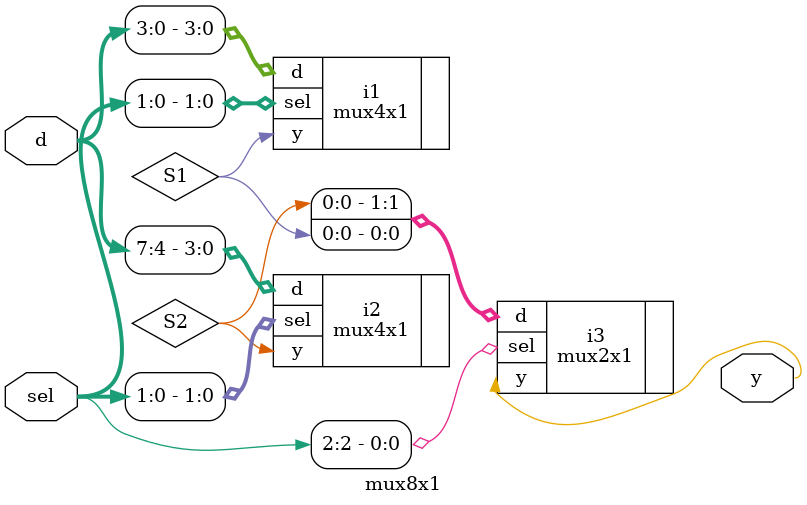
<source format=v>
module mux8x1(
	input [7:0] d,
	input [3:0] sel,
	output y
);



	wire S1, S2;
	mux4x1 i1 (.d(d[3:0]), .sel(sel[1:0]),.y(S1));

	mux4x1 i2 (.d(d[7:4]), .sel(sel[1:0]),.y(S2));

	mux2x1 i3 (.d({S2,S1}), .sel(sel[2]),.y(y));

endmodule


 
</source>
